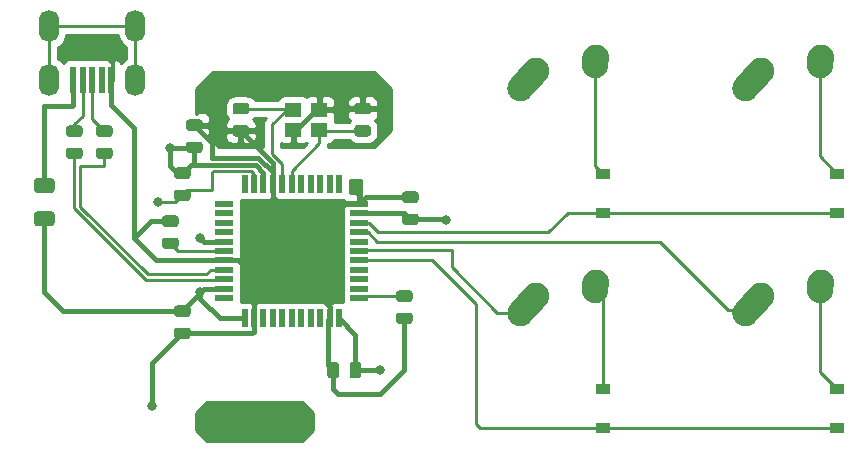
<source format=gbl>
%TF.GenerationSoftware,KiCad,Pcbnew,(5.1.6)-1*%
%TF.CreationDate,2020-06-28T09:04:37-05:00*%
%TF.ProjectId,PcbTUT,50636254-5554-42e6-9b69-6361645f7063,rev?*%
%TF.SameCoordinates,Original*%
%TF.FileFunction,Copper,L2,Bot*%
%TF.FilePolarity,Positive*%
%FSLAX46Y46*%
G04 Gerber Fmt 4.6, Leading zero omitted, Abs format (unit mm)*
G04 Created by KiCad (PCBNEW (5.1.6)-1) date 2020-06-28 09:04:37*
%MOMM*%
%LPD*%
G01*
G04 APERTURE LIST*
%TA.AperFunction,ComponentPad*%
%ADD10C,2.250000*%
%TD*%
%TA.AperFunction,SMDPad,CuDef*%
%ADD11R,1.400000X1.200000*%
%TD*%
%TA.AperFunction,ComponentPad*%
%ADD12O,1.700000X2.700000*%
%TD*%
%TA.AperFunction,SMDPad,CuDef*%
%ADD13R,0.500000X2.250000*%
%TD*%
%TA.AperFunction,SMDPad,CuDef*%
%ADD14R,0.550000X1.500000*%
%TD*%
%TA.AperFunction,SMDPad,CuDef*%
%ADD15R,1.500000X0.550000*%
%TD*%
%TA.AperFunction,SMDPad,CuDef*%
%ADD16R,1.200000X0.900000*%
%TD*%
%TA.AperFunction,ViaPad*%
%ADD17C,0.800000*%
%TD*%
%TA.AperFunction,Conductor*%
%ADD18C,0.381000*%
%TD*%
%TA.AperFunction,Conductor*%
%ADD19C,0.254000*%
%TD*%
%TA.AperFunction,NonConductor*%
%ADD20C,0.254000*%
%TD*%
G04 APERTURE END LIST*
D10*
%TO.P,MX2,1*%
%TO.N,COL0*%
X110212500Y-103950000D03*
%TA.AperFunction,ComponentPad*%
G36*
G01*
X108151183Y-106247345D02*
X108151183Y-106247345D01*
G75*
G02*
X108065155Y-104658683I751317J837345D01*
G01*
X109375157Y-103198683D01*
G75*
G02*
X110963819Y-103112655I837345J-751317D01*
G01*
X110963819Y-103112655D01*
G75*
G02*
X111049847Y-104701317I-751317J-837345D01*
G01*
X109739845Y-106161317D01*
G75*
G02*
X108151183Y-106247345I-837345J751317D01*
G01*
G37*
%TD.AperFunction*%
%TO.P,MX2,2*%
%TO.N,Net-(D3-Pad2)*%
X115252500Y-102870000D03*
%TA.AperFunction,ComponentPad*%
G36*
G01*
X115135097Y-104572334D02*
X115135097Y-104572334D01*
G75*
G02*
X114090166Y-103372597I77403J1122334D01*
G01*
X114130166Y-102792597D01*
G75*
G02*
X115329903Y-101747666I1122334J-77403D01*
G01*
X115329903Y-101747666D01*
G75*
G02*
X116374834Y-102947403I-77403J-1122334D01*
G01*
X116334834Y-103527403D01*
G75*
G02*
X115135097Y-104572334I-1122334J77403D01*
G01*
G37*
%TD.AperFunction*%
%TD*%
D11*
%TO.P,Y1,4*%
%TO.N,GND*%
X91873250Y-88177000D03*
%TO.P,Y1,3*%
%TO.N,Net-(C7-Pad1)*%
X89673250Y-88177000D03*
%TO.P,Y1,2*%
%TO.N,GND*%
X89673250Y-89877000D03*
%TO.P,Y1,1*%
%TO.N,Net-(U1-Pad17)*%
X91873250Y-89877000D03*
%TD*%
D12*
%TO.P,USB1,6*%
%TO.N,Net-(USB1-Pad6)*%
X68994000Y-81127600D03*
X76294000Y-81127600D03*
X76294000Y-85627600D03*
X68994000Y-85627600D03*
D13*
%TO.P,USB1,5*%
%TO.N,VCC*%
X71044000Y-85627600D03*
%TO.P,USB1,4*%
%TO.N,D-*%
X71844000Y-85627600D03*
%TO.P,USB1,3*%
%TO.N,D+*%
X72644000Y-85627600D03*
%TO.P,USB1,2*%
%TO.N,Net-(USB1-Pad2)*%
X73444000Y-85627600D03*
%TO.P,USB1,1*%
%TO.N,GND*%
X74244000Y-85627600D03*
%TD*%
D14*
%TO.P,U1,44*%
%TO.N,+5V*%
X85535000Y-105839500D03*
%TO.P,U1,43*%
%TO.N,GND*%
X86335000Y-105839500D03*
%TO.P,U1,42*%
%TO.N,Net-(U1-Pad42)*%
X87135000Y-105839500D03*
%TO.P,U1,41*%
%TO.N,Net-(U1-Pad41)*%
X87935000Y-105839500D03*
%TO.P,U1,40*%
%TO.N,Net-(U1-Pad40)*%
X88735000Y-105839500D03*
%TO.P,U1,39*%
%TO.N,Net-(U1-Pad39)*%
X89535000Y-105839500D03*
%TO.P,U1,38*%
%TO.N,Net-(U1-Pad38)*%
X90335000Y-105839500D03*
%TO.P,U1,37*%
%TO.N,Net-(U1-Pad37)*%
X91135000Y-105839500D03*
%TO.P,U1,36*%
%TO.N,Net-(U1-Pad36)*%
X91935000Y-105839500D03*
%TO.P,U1,35*%
%TO.N,GND*%
X92735000Y-105839500D03*
%TO.P,U1,34*%
%TO.N,+5V*%
X93535000Y-105839500D03*
D15*
%TO.P,U1,33*%
%TO.N,Net-(R1-Pad2)*%
X95235000Y-104139500D03*
%TO.P,U1,32*%
%TO.N,Net-(U1-Pad32)*%
X95235000Y-103339500D03*
%TO.P,U1,31*%
%TO.N,Net-(U1-Pad31)*%
X95235000Y-102539500D03*
%TO.P,U1,30*%
%TO.N,Net-(U1-Pad30)*%
X95235000Y-101739500D03*
%TO.P,U1,29*%
%TO.N,ROW1*%
X95235000Y-100939500D03*
%TO.P,U1,28*%
%TO.N,COL0*%
X95235000Y-100139500D03*
%TO.P,U1,27*%
%TO.N,Net-(U1-Pad27)*%
X95235000Y-99339500D03*
%TO.P,U1,26*%
%TO.N,COL1*%
X95235000Y-98539500D03*
%TO.P,U1,25*%
%TO.N,ROW0*%
X95235000Y-97739500D03*
%TO.P,U1,24*%
%TO.N,+5V*%
X95235000Y-96939500D03*
%TO.P,U1,23*%
%TO.N,GND*%
X95235000Y-96139500D03*
D14*
%TO.P,U1,22*%
%TO.N,Net-(U1-Pad22)*%
X93535000Y-94439500D03*
%TO.P,U1,21*%
%TO.N,Net-(U1-Pad21)*%
X92735000Y-94439500D03*
%TO.P,U1,20*%
%TO.N,Net-(U1-Pad20)*%
X91935000Y-94439500D03*
%TO.P,U1,19*%
%TO.N,Net-(U1-Pad19)*%
X91135000Y-94439500D03*
%TO.P,U1,18*%
%TO.N,Net-(U1-Pad18)*%
X90335000Y-94439500D03*
%TO.P,U1,17*%
%TO.N,Net-(U1-Pad17)*%
X89535000Y-94439500D03*
%TO.P,U1,16*%
%TO.N,Net-(C7-Pad1)*%
X88735000Y-94439500D03*
%TO.P,U1,15*%
%TO.N,GND*%
X87935000Y-94439500D03*
%TO.P,U1,14*%
%TO.N,+5V*%
X87135000Y-94439500D03*
%TO.P,U1,13*%
%TO.N,Net-(R3-Pad2)*%
X86335000Y-94439500D03*
%TO.P,U1,12*%
%TO.N,Net-(U1-Pad12)*%
X85535000Y-94439500D03*
D15*
%TO.P,U1,11*%
%TO.N,Net-(U1-Pad11)*%
X83835000Y-96139500D03*
%TO.P,U1,10*%
%TO.N,Net-(U1-Pad10)*%
X83835000Y-96939500D03*
%TO.P,U1,9*%
%TO.N,Net-(U1-Pad9)*%
X83835000Y-97739500D03*
%TO.P,U1,8*%
%TO.N,Net-(U1-Pad8)*%
X83835000Y-98539500D03*
%TO.P,U1,7*%
%TO.N,+5V*%
X83835000Y-99339500D03*
%TO.P,U1,6*%
%TO.N,Net-(C1-Pad1)*%
X83835000Y-100139500D03*
%TO.P,U1,5*%
%TO.N,GND*%
X83835000Y-100939500D03*
%TO.P,U1,4*%
%TO.N,Net-(R2-Pad1)*%
X83835000Y-101739500D03*
%TO.P,U1,3*%
%TO.N,Net-(R4-Pad1)*%
X83835000Y-102539500D03*
%TO.P,U1,2*%
%TO.N,+5V*%
X83835000Y-103339500D03*
%TO.P,U1,1*%
%TO.N,Net-(U1-Pad1)*%
X83835000Y-104139500D03*
%TD*%
%TO.P,R4,2*%
%TO.N,D-*%
%TA.AperFunction,SMDPad,CuDef*%
G36*
G01*
X71576250Y-90482000D02*
X70663750Y-90482000D01*
G75*
G02*
X70420000Y-90238250I0J243750D01*
G01*
X70420000Y-89750750D01*
G75*
G02*
X70663750Y-89507000I243750J0D01*
G01*
X71576250Y-89507000D01*
G75*
G02*
X71820000Y-89750750I0J-243750D01*
G01*
X71820000Y-90238250D01*
G75*
G02*
X71576250Y-90482000I-243750J0D01*
G01*
G37*
%TD.AperFunction*%
%TO.P,R4,1*%
%TO.N,Net-(R4-Pad1)*%
%TA.AperFunction,SMDPad,CuDef*%
G36*
G01*
X71576250Y-92357000D02*
X70663750Y-92357000D01*
G75*
G02*
X70420000Y-92113250I0J243750D01*
G01*
X70420000Y-91625750D01*
G75*
G02*
X70663750Y-91382000I243750J0D01*
G01*
X71576250Y-91382000D01*
G75*
G02*
X71820000Y-91625750I0J-243750D01*
G01*
X71820000Y-92113250D01*
G75*
G02*
X71576250Y-92357000I-243750J0D01*
G01*
G37*
%TD.AperFunction*%
%TD*%
%TO.P,R3,2*%
%TO.N,Net-(R3-Pad2)*%
%TA.AperFunction,SMDPad,CuDef*%
G36*
G01*
X79807750Y-94938000D02*
X80720250Y-94938000D01*
G75*
G02*
X80964000Y-95181750I0J-243750D01*
G01*
X80964000Y-95669250D01*
G75*
G02*
X80720250Y-95913000I-243750J0D01*
G01*
X79807750Y-95913000D01*
G75*
G02*
X79564000Y-95669250I0J243750D01*
G01*
X79564000Y-95181750D01*
G75*
G02*
X79807750Y-94938000I243750J0D01*
G01*
G37*
%TD.AperFunction*%
%TO.P,R3,1*%
%TO.N,+5V*%
%TA.AperFunction,SMDPad,CuDef*%
G36*
G01*
X79807750Y-93063000D02*
X80720250Y-93063000D01*
G75*
G02*
X80964000Y-93306750I0J-243750D01*
G01*
X80964000Y-93794250D01*
G75*
G02*
X80720250Y-94038000I-243750J0D01*
G01*
X79807750Y-94038000D01*
G75*
G02*
X79564000Y-93794250I0J243750D01*
G01*
X79564000Y-93306750D01*
G75*
G02*
X79807750Y-93063000I243750J0D01*
G01*
G37*
%TD.AperFunction*%
%TD*%
%TO.P,R2,2*%
%TO.N,D+*%
%TA.AperFunction,SMDPad,CuDef*%
G36*
G01*
X74116250Y-90482000D02*
X73203750Y-90482000D01*
G75*
G02*
X72960000Y-90238250I0J243750D01*
G01*
X72960000Y-89750750D01*
G75*
G02*
X73203750Y-89507000I243750J0D01*
G01*
X74116250Y-89507000D01*
G75*
G02*
X74360000Y-89750750I0J-243750D01*
G01*
X74360000Y-90238250D01*
G75*
G02*
X74116250Y-90482000I-243750J0D01*
G01*
G37*
%TD.AperFunction*%
%TO.P,R2,1*%
%TO.N,Net-(R2-Pad1)*%
%TA.AperFunction,SMDPad,CuDef*%
G36*
G01*
X74116250Y-92357000D02*
X73203750Y-92357000D01*
G75*
G02*
X72960000Y-92113250I0J243750D01*
G01*
X72960000Y-91625750D01*
G75*
G02*
X73203750Y-91382000I243750J0D01*
G01*
X74116250Y-91382000D01*
G75*
G02*
X74360000Y-91625750I0J-243750D01*
G01*
X74360000Y-92113250D01*
G75*
G02*
X74116250Y-92357000I-243750J0D01*
G01*
G37*
%TD.AperFunction*%
%TD*%
%TO.P,R1,2*%
%TO.N,Net-(R1-Pad2)*%
%TA.AperFunction,SMDPad,CuDef*%
G36*
G01*
X99516250Y-104452000D02*
X98603750Y-104452000D01*
G75*
G02*
X98360000Y-104208250I0J243750D01*
G01*
X98360000Y-103720750D01*
G75*
G02*
X98603750Y-103477000I243750J0D01*
G01*
X99516250Y-103477000D01*
G75*
G02*
X99760000Y-103720750I0J-243750D01*
G01*
X99760000Y-104208250D01*
G75*
G02*
X99516250Y-104452000I-243750J0D01*
G01*
G37*
%TD.AperFunction*%
%TO.P,R1,1*%
%TO.N,GND*%
%TA.AperFunction,SMDPad,CuDef*%
G36*
G01*
X99516250Y-106327000D02*
X98603750Y-106327000D01*
G75*
G02*
X98360000Y-106083250I0J243750D01*
G01*
X98360000Y-105595750D01*
G75*
G02*
X98603750Y-105352000I243750J0D01*
G01*
X99516250Y-105352000D01*
G75*
G02*
X99760000Y-105595750I0J-243750D01*
G01*
X99760000Y-106083250D01*
G75*
G02*
X99516250Y-106327000I-243750J0D01*
G01*
G37*
%TD.AperFunction*%
%TD*%
D10*
%TO.P,MX3,1*%
%TO.N,COL1*%
X129262500Y-103950000D03*
%TA.AperFunction,ComponentPad*%
G36*
G01*
X127201183Y-106247345D02*
X127201183Y-106247345D01*
G75*
G02*
X127115155Y-104658683I751317J837345D01*
G01*
X128425157Y-103198683D01*
G75*
G02*
X130013819Y-103112655I837345J-751317D01*
G01*
X130013819Y-103112655D01*
G75*
G02*
X130099847Y-104701317I-751317J-837345D01*
G01*
X128789845Y-106161317D01*
G75*
G02*
X127201183Y-106247345I-837345J751317D01*
G01*
G37*
%TD.AperFunction*%
%TO.P,MX3,2*%
%TO.N,Net-(D4-Pad2)*%
X134302500Y-102870000D03*
%TA.AperFunction,ComponentPad*%
G36*
G01*
X134185097Y-104572334D02*
X134185097Y-104572334D01*
G75*
G02*
X133140166Y-103372597I77403J1122334D01*
G01*
X133180166Y-102792597D01*
G75*
G02*
X134379903Y-101747666I1122334J-77403D01*
G01*
X134379903Y-101747666D01*
G75*
G02*
X135424834Y-102947403I-77403J-1122334D01*
G01*
X135384834Y-103527403D01*
G75*
G02*
X134185097Y-104572334I-1122334J77403D01*
G01*
G37*
%TD.AperFunction*%
%TD*%
%TO.P,MX1,1*%
%TO.N,COL1*%
X129262500Y-84900000D03*
%TA.AperFunction,ComponentPad*%
G36*
G01*
X127201183Y-87197345D02*
X127201183Y-87197345D01*
G75*
G02*
X127115155Y-85608683I751317J837345D01*
G01*
X128425157Y-84148683D01*
G75*
G02*
X130013819Y-84062655I837345J-751317D01*
G01*
X130013819Y-84062655D01*
G75*
G02*
X130099847Y-85651317I-751317J-837345D01*
G01*
X128789845Y-87111317D01*
G75*
G02*
X127201183Y-87197345I-837345J751317D01*
G01*
G37*
%TD.AperFunction*%
%TO.P,MX1,2*%
%TO.N,Net-(D2-Pad2)*%
X134302500Y-83820000D03*
%TA.AperFunction,ComponentPad*%
G36*
G01*
X134185097Y-85522334D02*
X134185097Y-85522334D01*
G75*
G02*
X133140166Y-84322597I77403J1122334D01*
G01*
X133180166Y-83742597D01*
G75*
G02*
X134379903Y-82697666I1122334J-77403D01*
G01*
X134379903Y-82697666D01*
G75*
G02*
X135424834Y-83897403I-77403J-1122334D01*
G01*
X135384834Y-84477403D01*
G75*
G02*
X134185097Y-85522334I-1122334J77403D01*
G01*
G37*
%TD.AperFunction*%
%TD*%
%TO.P,MX0,1*%
%TO.N,COL0*%
X110212500Y-84900000D03*
%TA.AperFunction,ComponentPad*%
G36*
G01*
X108151183Y-87197345D02*
X108151183Y-87197345D01*
G75*
G02*
X108065155Y-85608683I751317J837345D01*
G01*
X109375157Y-84148683D01*
G75*
G02*
X110963819Y-84062655I837345J-751317D01*
G01*
X110963819Y-84062655D01*
G75*
G02*
X111049847Y-85651317I-751317J-837345D01*
G01*
X109739845Y-87111317D01*
G75*
G02*
X108151183Y-87197345I-837345J751317D01*
G01*
G37*
%TD.AperFunction*%
%TO.P,MX0,2*%
%TO.N,Net-(D1-Pad2)*%
X115252500Y-83820000D03*
%TA.AperFunction,ComponentPad*%
G36*
G01*
X115135097Y-85522334D02*
X115135097Y-85522334D01*
G75*
G02*
X114090166Y-84322597I77403J1122334D01*
G01*
X114130166Y-83742597D01*
G75*
G02*
X115329903Y-82697666I1122334J-77403D01*
G01*
X115329903Y-82697666D01*
G75*
G02*
X116374834Y-83897403I-77403J-1122334D01*
G01*
X116334834Y-84477403D01*
G75*
G02*
X115135097Y-85522334I-1122334J77403D01*
G01*
G37*
%TD.AperFunction*%
%TD*%
%TO.P,F1,2*%
%TO.N,VCC*%
%TA.AperFunction,SMDPad,CuDef*%
G36*
G01*
X69205000Y-95237000D02*
X67955000Y-95237000D01*
G75*
G02*
X67705000Y-94987000I0J250000D01*
G01*
X67705000Y-94237000D01*
G75*
G02*
X67955000Y-93987000I250000J0D01*
G01*
X69205000Y-93987000D01*
G75*
G02*
X69455000Y-94237000I0J-250000D01*
G01*
X69455000Y-94987000D01*
G75*
G02*
X69205000Y-95237000I-250000J0D01*
G01*
G37*
%TD.AperFunction*%
%TO.P,F1,1*%
%TO.N,+5V*%
%TA.AperFunction,SMDPad,CuDef*%
G36*
G01*
X69205000Y-98037000D02*
X67955000Y-98037000D01*
G75*
G02*
X67705000Y-97787000I0J250000D01*
G01*
X67705000Y-97037000D01*
G75*
G02*
X67955000Y-96787000I250000J0D01*
G01*
X69205000Y-96787000D01*
G75*
G02*
X69455000Y-97037000I0J-250000D01*
G01*
X69455000Y-97787000D01*
G75*
G02*
X69205000Y-98037000I-250000J0D01*
G01*
G37*
%TD.AperFunction*%
%TD*%
D16*
%TO.P,D4,2*%
%TO.N,Net-(D4-Pad2)*%
X135731250Y-111856250D03*
%TO.P,D4,1*%
%TO.N,ROW1*%
X135731250Y-115156250D03*
%TD*%
%TO.P,D3,2*%
%TO.N,Net-(D3-Pad2)*%
X115887500Y-111856250D03*
%TO.P,D3,1*%
%TO.N,ROW1*%
X115887500Y-115156250D03*
%TD*%
%TO.P,D2,2*%
%TO.N,Net-(D2-Pad2)*%
X135731250Y-93600000D03*
%TO.P,D2,1*%
%TO.N,ROW0*%
X135731250Y-96900000D03*
%TD*%
%TO.P,D1,2*%
%TO.N,Net-(D1-Pad2)*%
X115887500Y-93600000D03*
%TO.P,D1,1*%
%TO.N,ROW0*%
X115887500Y-96900000D03*
%TD*%
%TO.P,C7,2*%
%TO.N,GND*%
%TA.AperFunction,SMDPad,CuDef*%
G36*
G01*
X84760750Y-89477000D02*
X85673250Y-89477000D01*
G75*
G02*
X85917000Y-89720750I0J-243750D01*
G01*
X85917000Y-90208250D01*
G75*
G02*
X85673250Y-90452000I-243750J0D01*
G01*
X84760750Y-90452000D01*
G75*
G02*
X84517000Y-90208250I0J243750D01*
G01*
X84517000Y-89720750D01*
G75*
G02*
X84760750Y-89477000I243750J0D01*
G01*
G37*
%TD.AperFunction*%
%TO.P,C7,1*%
%TO.N,Net-(C7-Pad1)*%
%TA.AperFunction,SMDPad,CuDef*%
G36*
G01*
X84760750Y-87602000D02*
X85673250Y-87602000D01*
G75*
G02*
X85917000Y-87845750I0J-243750D01*
G01*
X85917000Y-88333250D01*
G75*
G02*
X85673250Y-88577000I-243750J0D01*
G01*
X84760750Y-88577000D01*
G75*
G02*
X84517000Y-88333250I0J243750D01*
G01*
X84517000Y-87845750D01*
G75*
G02*
X84760750Y-87602000I243750J0D01*
G01*
G37*
%TD.AperFunction*%
%TD*%
%TO.P,c6,2*%
%TO.N,GND*%
%TA.AperFunction,SMDPad,CuDef*%
G36*
G01*
X95992000Y-88577000D02*
X95079500Y-88577000D01*
G75*
G02*
X94835750Y-88333250I0J243750D01*
G01*
X94835750Y-87845750D01*
G75*
G02*
X95079500Y-87602000I243750J0D01*
G01*
X95992000Y-87602000D01*
G75*
G02*
X96235750Y-87845750I0J-243750D01*
G01*
X96235750Y-88333250D01*
G75*
G02*
X95992000Y-88577000I-243750J0D01*
G01*
G37*
%TD.AperFunction*%
%TO.P,c6,1*%
%TO.N,Net-(U1-Pad17)*%
%TA.AperFunction,SMDPad,CuDef*%
G36*
G01*
X95992000Y-90452000D02*
X95079500Y-90452000D01*
G75*
G02*
X94835750Y-90208250I0J243750D01*
G01*
X94835750Y-89720750D01*
G75*
G02*
X95079500Y-89477000I243750J0D01*
G01*
X95992000Y-89477000D01*
G75*
G02*
X96235750Y-89720750I0J-243750D01*
G01*
X96235750Y-90208250D01*
G75*
G02*
X95992000Y-90452000I-243750J0D01*
G01*
G37*
%TD.AperFunction*%
%TD*%
%TO.P,C5,2*%
%TO.N,GND*%
%TA.AperFunction,SMDPad,CuDef*%
G36*
G01*
X93530000Y-109779750D02*
X93530000Y-110692250D01*
G75*
G02*
X93286250Y-110936000I-243750J0D01*
G01*
X92798750Y-110936000D01*
G75*
G02*
X92555000Y-110692250I0J243750D01*
G01*
X92555000Y-109779750D01*
G75*
G02*
X92798750Y-109536000I243750J0D01*
G01*
X93286250Y-109536000D01*
G75*
G02*
X93530000Y-109779750I0J-243750D01*
G01*
G37*
%TD.AperFunction*%
%TO.P,C5,1*%
%TO.N,+5V*%
%TA.AperFunction,SMDPad,CuDef*%
G36*
G01*
X95405000Y-109779750D02*
X95405000Y-110692250D01*
G75*
G02*
X95161250Y-110936000I-243750J0D01*
G01*
X94673750Y-110936000D01*
G75*
G02*
X94430000Y-110692250I0J243750D01*
G01*
X94430000Y-109779750D01*
G75*
G02*
X94673750Y-109536000I243750J0D01*
G01*
X95161250Y-109536000D01*
G75*
G02*
X95405000Y-109779750I0J-243750D01*
G01*
G37*
%TD.AperFunction*%
%TD*%
%TO.P,C4,2*%
%TO.N,GND*%
%TA.AperFunction,SMDPad,CuDef*%
G36*
G01*
X81736250Y-89974000D02*
X80823750Y-89974000D01*
G75*
G02*
X80580000Y-89730250I0J243750D01*
G01*
X80580000Y-89242750D01*
G75*
G02*
X80823750Y-88999000I243750J0D01*
G01*
X81736250Y-88999000D01*
G75*
G02*
X81980000Y-89242750I0J-243750D01*
G01*
X81980000Y-89730250D01*
G75*
G02*
X81736250Y-89974000I-243750J0D01*
G01*
G37*
%TD.AperFunction*%
%TO.P,C4,1*%
%TO.N,+5V*%
%TA.AperFunction,SMDPad,CuDef*%
G36*
G01*
X81736250Y-91849000D02*
X80823750Y-91849000D01*
G75*
G02*
X80580000Y-91605250I0J243750D01*
G01*
X80580000Y-91117750D01*
G75*
G02*
X80823750Y-90874000I243750J0D01*
G01*
X81736250Y-90874000D01*
G75*
G02*
X81980000Y-91117750I0J-243750D01*
G01*
X81980000Y-91605250D01*
G75*
G02*
X81736250Y-91849000I-243750J0D01*
G01*
G37*
%TD.AperFunction*%
%TD*%
%TO.P,C3,2*%
%TO.N,GND*%
%TA.AperFunction,SMDPad,CuDef*%
G36*
G01*
X100024250Y-96070000D02*
X99111750Y-96070000D01*
G75*
G02*
X98868000Y-95826250I0J243750D01*
G01*
X98868000Y-95338750D01*
G75*
G02*
X99111750Y-95095000I243750J0D01*
G01*
X100024250Y-95095000D01*
G75*
G02*
X100268000Y-95338750I0J-243750D01*
G01*
X100268000Y-95826250D01*
G75*
G02*
X100024250Y-96070000I-243750J0D01*
G01*
G37*
%TD.AperFunction*%
%TO.P,C3,1*%
%TO.N,+5V*%
%TA.AperFunction,SMDPad,CuDef*%
G36*
G01*
X100024250Y-97945000D02*
X99111750Y-97945000D01*
G75*
G02*
X98868000Y-97701250I0J243750D01*
G01*
X98868000Y-97213750D01*
G75*
G02*
X99111750Y-96970000I243750J0D01*
G01*
X100024250Y-96970000D01*
G75*
G02*
X100268000Y-97213750I0J-243750D01*
G01*
X100268000Y-97701250D01*
G75*
G02*
X100024250Y-97945000I-243750J0D01*
G01*
G37*
%TD.AperFunction*%
%TD*%
%TO.P,C2,2*%
%TO.N,GND*%
%TA.AperFunction,SMDPad,CuDef*%
G36*
G01*
X79807750Y-106622000D02*
X80720250Y-106622000D01*
G75*
G02*
X80964000Y-106865750I0J-243750D01*
G01*
X80964000Y-107353250D01*
G75*
G02*
X80720250Y-107597000I-243750J0D01*
G01*
X79807750Y-107597000D01*
G75*
G02*
X79564000Y-107353250I0J243750D01*
G01*
X79564000Y-106865750D01*
G75*
G02*
X79807750Y-106622000I243750J0D01*
G01*
G37*
%TD.AperFunction*%
%TO.P,C2,1*%
%TO.N,+5V*%
%TA.AperFunction,SMDPad,CuDef*%
G36*
G01*
X79807750Y-104747000D02*
X80720250Y-104747000D01*
G75*
G02*
X80964000Y-104990750I0J-243750D01*
G01*
X80964000Y-105478250D01*
G75*
G02*
X80720250Y-105722000I-243750J0D01*
G01*
X79807750Y-105722000D01*
G75*
G02*
X79564000Y-105478250I0J243750D01*
G01*
X79564000Y-104990750D01*
G75*
G02*
X79807750Y-104747000I243750J0D01*
G01*
G37*
%TD.AperFunction*%
%TD*%
%TO.P,C1,2*%
%TO.N,GND*%
%TA.AperFunction,SMDPad,CuDef*%
G36*
G01*
X79704250Y-98102000D02*
X78791750Y-98102000D01*
G75*
G02*
X78548000Y-97858250I0J243750D01*
G01*
X78548000Y-97370750D01*
G75*
G02*
X78791750Y-97127000I243750J0D01*
G01*
X79704250Y-97127000D01*
G75*
G02*
X79948000Y-97370750I0J-243750D01*
G01*
X79948000Y-97858250D01*
G75*
G02*
X79704250Y-98102000I-243750J0D01*
G01*
G37*
%TD.AperFunction*%
%TO.P,C1,1*%
%TO.N,Net-(C1-Pad1)*%
%TA.AperFunction,SMDPad,CuDef*%
G36*
G01*
X79704250Y-99977000D02*
X78791750Y-99977000D01*
G75*
G02*
X78548000Y-99733250I0J243750D01*
G01*
X78548000Y-99245750D01*
G75*
G02*
X78791750Y-99002000I243750J0D01*
G01*
X79704250Y-99002000D01*
G75*
G02*
X79948000Y-99245750I0J-243750D01*
G01*
X79948000Y-99733250D01*
G75*
G02*
X79704250Y-99977000I-243750J0D01*
G01*
G37*
%TD.AperFunction*%
%TD*%
D17*
%TO.N,GND*%
X77724000Y-113284000D03*
%TO.N,+5V*%
X81788000Y-99060000D03*
X81788000Y-103632000D03*
X79248000Y-91440000D03*
X102616000Y-97536000D03*
X97028000Y-110236000D03*
%TO.N,Net-(R3-Pad2)*%
X78232000Y-96012000D03*
%TD*%
D18*
%TO.N,GND*%
X74244000Y-85780000D02*
X74244000Y-87808000D01*
X74244000Y-87808000D02*
X76200000Y-89764000D01*
X91873250Y-88177000D02*
X91873250Y-86793250D01*
X91873250Y-86793250D02*
X91440000Y-86360000D01*
X91440000Y-86360000D02*
X83820000Y-86360000D01*
X83820000Y-86360000D02*
X83312000Y-86868000D01*
X83312000Y-86868000D02*
X83312000Y-89916000D01*
X85168500Y-89916000D02*
X85217000Y-89964500D01*
X83312000Y-89916000D02*
X85168500Y-89916000D01*
X85217000Y-89964500D02*
X87935000Y-92682500D01*
X91570348Y-88177000D02*
X91873250Y-88177000D01*
X89870348Y-89877000D02*
X91570348Y-88177000D01*
X89673250Y-89877000D02*
X89870348Y-89877000D01*
X91960750Y-88089500D02*
X91873250Y-88177000D01*
X95535750Y-88089500D02*
X91960750Y-88089500D01*
X87935000Y-93489926D02*
X87935000Y-93523000D01*
X86709054Y-92263980D02*
X87935000Y-93489926D01*
X86675979Y-92263979D02*
X86709054Y-92263980D01*
X87935000Y-93523000D02*
X87935000Y-94439500D01*
X87935000Y-92682500D02*
X87935000Y-93523000D01*
X86709054Y-92263980D02*
X86709053Y-92263979D01*
X86709053Y-92263979D02*
X82804000Y-92263979D01*
X82804000Y-92263979D02*
X82804000Y-90932000D01*
X82725500Y-90932000D02*
X81280000Y-89486500D01*
X82804000Y-90932000D02*
X82725500Y-90932000D01*
X86335000Y-106970500D02*
X86335000Y-105839500D01*
X86196000Y-107109500D02*
X86335000Y-106970500D01*
X80264000Y-107109500D02*
X86196000Y-107109500D01*
X77724000Y-109649500D02*
X80264000Y-107109500D01*
X77724000Y-113284000D02*
X77724000Y-109649500D01*
X83835000Y-100939500D02*
X78079500Y-100939500D01*
X78079500Y-100939500D02*
X76200000Y-99060000D01*
X76200000Y-99060000D02*
X76200000Y-89764000D01*
X84966000Y-100939500D02*
X83835000Y-100939500D01*
X86335000Y-102308500D02*
X84966000Y-100939500D01*
X86335000Y-105839500D02*
X86335000Y-102308500D01*
X92735000Y-104927000D02*
X92735000Y-105839500D01*
X90116500Y-102308500D02*
X92735000Y-104927000D01*
X86335000Y-102308500D02*
X90116500Y-102308500D01*
X87935000Y-95570500D02*
X88504000Y-96139500D01*
X87935000Y-94439500D02*
X87935000Y-95570500D01*
X91567500Y-100857500D02*
X90116500Y-102308500D01*
X91567500Y-96139500D02*
X91567500Y-100857500D01*
X91567500Y-96139500D02*
X95235000Y-96139500D01*
X88504000Y-96139500D02*
X91567500Y-96139500D01*
X95792000Y-95582500D02*
X95235000Y-96139500D01*
X99568000Y-95582500D02*
X95792000Y-95582500D01*
X93042500Y-110236000D02*
X92600501Y-109794001D01*
X92600501Y-105973999D02*
X92735000Y-105839500D01*
X92600501Y-109794001D02*
X92600501Y-105973999D01*
X77645500Y-97614500D02*
X76200000Y-99060000D01*
X79248000Y-97614500D02*
X77645500Y-97614500D01*
X93472000Y-112268000D02*
X93042500Y-111838500D01*
X97028000Y-112268000D02*
X93472000Y-112268000D01*
X99060000Y-105839500D02*
X99060000Y-110236000D01*
X93042500Y-111838500D02*
X93042500Y-110236000D01*
X99060000Y-110236000D02*
X97028000Y-112268000D01*
D19*
%TO.N,Net-(C1-Pad1)*%
X79898000Y-100139500D02*
X79248000Y-99489500D01*
X83835000Y-100139500D02*
X79898000Y-100139500D01*
D18*
%TO.N,+5V*%
X80969511Y-92844989D02*
X80264000Y-93550500D01*
X87135000Y-93511598D02*
X86468391Y-92844989D01*
X87135000Y-94439500D02*
X87135000Y-93511598D01*
X81280000Y-92725978D02*
X81160989Y-92844989D01*
X81280000Y-91361500D02*
X81280000Y-92725978D01*
X86468391Y-92844989D02*
X81160989Y-92844989D01*
X81160989Y-92844989D02*
X80969511Y-92844989D01*
X70182500Y-105234500D02*
X80264000Y-105234500D01*
X68580000Y-97412000D02*
X68580000Y-103632000D01*
X68580000Y-103632000D02*
X70182500Y-105234500D01*
X83835000Y-99339500D02*
X82067500Y-99339500D01*
X82067500Y-99339500D02*
X81788000Y-99060000D01*
X82080500Y-103339500D02*
X81788000Y-103632000D01*
X83835000Y-103339500D02*
X82080500Y-103339500D01*
X81788000Y-103710500D02*
X80264000Y-105234500D01*
X81788000Y-103632000D02*
X81788000Y-103710500D01*
X81201500Y-91440000D02*
X81280000Y-91361500D01*
X79248000Y-91440000D02*
X81201500Y-91440000D01*
X79248000Y-91440000D02*
X79248000Y-92964000D01*
X79834500Y-93550500D02*
X80264000Y-93550500D01*
X79248000Y-92964000D02*
X79834500Y-93550500D01*
X99050000Y-96939500D02*
X95235000Y-96939500D01*
X99568000Y-97457500D02*
X99050000Y-96939500D01*
X99568000Y-97457500D02*
X102537500Y-97457500D01*
X102537500Y-97457500D02*
X102616000Y-97536000D01*
X97028000Y-110236000D02*
X94917500Y-110236000D01*
X94917500Y-107222000D02*
X93535000Y-105839500D01*
X94917500Y-110236000D02*
X94917500Y-107222000D01*
X81788000Y-104197685D02*
X81788000Y-103632000D01*
X83429815Y-105839500D02*
X81788000Y-104197685D01*
X85535000Y-105839500D02*
X83429815Y-105839500D01*
D19*
%TO.N,Net-(U1-Pad17)*%
X91960750Y-89964500D02*
X91873250Y-89877000D01*
X95535750Y-89964500D02*
X91960750Y-89964500D01*
X91873250Y-89877000D02*
X91873250Y-91006750D01*
X89535000Y-93345000D02*
X89535000Y-94439500D01*
X91873250Y-91006750D02*
X89535000Y-93345000D01*
%TO.N,Net-(D1-Pad2)*%
X115212500Y-92925000D02*
X115887500Y-93600000D01*
X115212500Y-84400000D02*
X115212500Y-92925000D01*
%TO.N,ROW0*%
X115887500Y-96900000D02*
X135731250Y-96900000D01*
X96048602Y-97739500D02*
X95235000Y-97739500D01*
X96861102Y-98552000D02*
X96048602Y-97739500D01*
X111252000Y-98552000D02*
X96861102Y-98552000D01*
X112904000Y-96900000D02*
X111252000Y-98552000D01*
X115887500Y-96900000D02*
X112904000Y-96900000D01*
%TO.N,Net-(D2-Pad2)*%
X134262500Y-92131250D02*
X134262500Y-84400000D01*
X135731250Y-93600000D02*
X134262500Y-92131250D01*
%TO.N,Net-(D3-Pad2)*%
X115887500Y-103505000D02*
X115252500Y-102870000D01*
X115887500Y-111856250D02*
X115887500Y-103505000D01*
%TO.N,ROW1*%
X115887500Y-115156250D02*
X135731250Y-115156250D01*
X101447500Y-100939500D02*
X95235000Y-100939500D01*
X105156000Y-104648000D02*
X101447500Y-100939500D01*
X105156000Y-114808000D02*
X105156000Y-104648000D01*
X115887500Y-115156250D02*
X105504250Y-115156250D01*
X105504250Y-115156250D02*
X105156000Y-114808000D01*
%TO.N,Net-(D4-Pad2)*%
X134262500Y-110387500D02*
X134262500Y-103450000D01*
X135731250Y-111856250D02*
X134262500Y-110387500D01*
D18*
%TO.N,VCC*%
X68580000Y-87884000D02*
X68580000Y-94612000D01*
X70968000Y-87884000D02*
X68580000Y-87884000D01*
X71044000Y-85780000D02*
X71044000Y-87808000D01*
X71044000Y-87808000D02*
X70968000Y-87884000D01*
D19*
%TO.N,COL0*%
X106934000Y-105410000D02*
X108902500Y-105410000D01*
X103064038Y-101540038D02*
X106934000Y-105410000D01*
X95298500Y-100076000D02*
X95235000Y-100139500D01*
X103064038Y-100076000D02*
X95298500Y-100076000D01*
X103064038Y-101540038D02*
X103064038Y-100076000D01*
%TO.N,COL1*%
X127698500Y-105156000D02*
X127952500Y-105410000D01*
X95948500Y-98539500D02*
X96748500Y-99339500D01*
X126492000Y-105156000D02*
X127698500Y-105156000D01*
X96748500Y-99339500D02*
X120675500Y-99339500D01*
X95235000Y-98539500D02*
X95948500Y-98539500D01*
X120675500Y-99339500D02*
X126492000Y-105156000D01*
%TO.N,Net-(R1-Pad2)*%
X95410000Y-103964500D02*
X95235000Y-104139500D01*
X99060000Y-103964500D02*
X95410000Y-103964500D01*
%TO.N,D+*%
X72644000Y-88978500D02*
X72644000Y-85780000D01*
X73660000Y-89994500D02*
X72644000Y-88978500D01*
%TO.N,Net-(R2-Pad1)*%
X82664500Y-101739500D02*
X83835000Y-101739500D01*
X73660000Y-92964000D02*
X71628000Y-92964000D01*
X73660000Y-91869500D02*
X73660000Y-92964000D01*
X82296000Y-102108000D02*
X82664500Y-101739500D01*
X71628000Y-92964000D02*
X71628000Y-96385934D01*
X71628000Y-96385934D02*
X77350066Y-102108000D01*
X77350066Y-102108000D02*
X82296000Y-102108000D01*
%TO.N,Net-(R3-Pad2)*%
X86071601Y-93362499D02*
X82913501Y-93362499D01*
X86335000Y-94439500D02*
X86335000Y-93625898D01*
X86335000Y-93625898D02*
X86071601Y-93362499D01*
X82913501Y-93362499D02*
X82804000Y-93472000D01*
X82804000Y-93472000D02*
X82804000Y-94996000D01*
X80693500Y-94996000D02*
X80264000Y-95425500D01*
X82804000Y-94996000D02*
X80693500Y-94996000D01*
X79677500Y-96012000D02*
X80264000Y-95425500D01*
X78232000Y-96012000D02*
X79677500Y-96012000D01*
%TO.N,D-*%
X71120000Y-89994500D02*
X71120000Y-89408000D01*
X71844000Y-88684000D02*
X71844000Y-85780000D01*
X71120000Y-89408000D02*
X71844000Y-88684000D01*
%TO.N,Net-(R4-Pad1)*%
X83758500Y-102616000D02*
X83835000Y-102539500D01*
X77216000Y-102616000D02*
X83758500Y-102616000D01*
X71120000Y-91869500D02*
X71120000Y-96520000D01*
X71120000Y-96520000D02*
X77216000Y-102616000D01*
%TO.N,Net-(C7-Pad1)*%
X89585750Y-88089500D02*
X89673250Y-88177000D01*
X85217000Y-88089500D02*
X89585750Y-88089500D01*
X89673250Y-88177000D02*
X89115000Y-88177000D01*
X89115000Y-88177000D02*
X87884000Y-89408000D01*
X88735000Y-92750632D02*
X88735000Y-94439500D01*
X87884000Y-91899632D02*
X88735000Y-92750632D01*
X87884000Y-89408000D02*
X87884000Y-91899632D01*
%TO.N,Net-(USB1-Pad6)*%
X76294000Y-85627600D02*
X76294000Y-81127600D01*
X76294000Y-81127600D02*
X68994000Y-81127600D01*
X68994000Y-81127600D02*
X68994000Y-85627600D01*
%TD*%
%TO.N,GND*%
G36*
X95377000Y-95373250D02*
G01*
X95362000Y-95388250D01*
X95362000Y-96012500D01*
X95377000Y-96012500D01*
X95377000Y-96026428D01*
X94485000Y-96026428D01*
X94360518Y-96038688D01*
X94240820Y-96074998D01*
X94130506Y-96133963D01*
X94033815Y-96213315D01*
X93954463Y-96310006D01*
X93942083Y-96333167D01*
X93850000Y-96425250D01*
X93859546Y-96538837D01*
X93859188Y-96540018D01*
X93846928Y-96664500D01*
X93846928Y-97214500D01*
X93859188Y-97338982D01*
X93859345Y-97339500D01*
X93859188Y-97340018D01*
X93846928Y-97464500D01*
X93846928Y-98014500D01*
X93859188Y-98138982D01*
X93859345Y-98139500D01*
X93859188Y-98140018D01*
X93846928Y-98264500D01*
X93846928Y-98814500D01*
X93859188Y-98938982D01*
X93859345Y-98939500D01*
X93859188Y-98940018D01*
X93846928Y-99064500D01*
X93846928Y-99614500D01*
X93859188Y-99738982D01*
X93859345Y-99739500D01*
X93859188Y-99740018D01*
X93846928Y-99864500D01*
X93846928Y-100414500D01*
X93859188Y-100538982D01*
X93859345Y-100539500D01*
X93859188Y-100540018D01*
X93846928Y-100664500D01*
X93846928Y-101214500D01*
X93859188Y-101338982D01*
X93859345Y-101339500D01*
X93859188Y-101340018D01*
X93846928Y-101464500D01*
X93846928Y-102014500D01*
X93859188Y-102138982D01*
X93859345Y-102139500D01*
X93859188Y-102140018D01*
X93846928Y-102264500D01*
X93846928Y-102814500D01*
X93859188Y-102938982D01*
X93859345Y-102939500D01*
X93859188Y-102940018D01*
X93846928Y-103064500D01*
X93846928Y-103614500D01*
X93859188Y-103738982D01*
X93859345Y-103739500D01*
X93859188Y-103740018D01*
X93846928Y-103864500D01*
X93846928Y-104414500D01*
X93850962Y-104455462D01*
X93810000Y-104451428D01*
X93260000Y-104451428D01*
X93135518Y-104463688D01*
X93134337Y-104464046D01*
X93020750Y-104454500D01*
X92928667Y-104546583D01*
X92905506Y-104558963D01*
X92808815Y-104638315D01*
X92735000Y-104728259D01*
X92661185Y-104638315D01*
X92564494Y-104558963D01*
X92541333Y-104546583D01*
X92449250Y-104454500D01*
X92335663Y-104464046D01*
X92334482Y-104463688D01*
X92210000Y-104451428D01*
X91660000Y-104451428D01*
X91535518Y-104463688D01*
X91535000Y-104463845D01*
X91534482Y-104463688D01*
X91410000Y-104451428D01*
X90860000Y-104451428D01*
X90735518Y-104463688D01*
X90735000Y-104463845D01*
X90734482Y-104463688D01*
X90610000Y-104451428D01*
X90060000Y-104451428D01*
X89935518Y-104463688D01*
X89935000Y-104463845D01*
X89934482Y-104463688D01*
X89810000Y-104451428D01*
X89260000Y-104451428D01*
X89135518Y-104463688D01*
X89135000Y-104463845D01*
X89134482Y-104463688D01*
X89010000Y-104451428D01*
X88460000Y-104451428D01*
X88335518Y-104463688D01*
X88335000Y-104463845D01*
X88334482Y-104463688D01*
X88210000Y-104451428D01*
X87660000Y-104451428D01*
X87535518Y-104463688D01*
X87535000Y-104463845D01*
X87534482Y-104463688D01*
X87410000Y-104451428D01*
X86860000Y-104451428D01*
X86735518Y-104463688D01*
X86734337Y-104464046D01*
X86620750Y-104454500D01*
X86528667Y-104546583D01*
X86505506Y-104558963D01*
X86408815Y-104638315D01*
X86335000Y-104728259D01*
X86261185Y-104638315D01*
X86164494Y-104558963D01*
X86141333Y-104546583D01*
X86049250Y-104454500D01*
X85935663Y-104464046D01*
X85934482Y-104463688D01*
X85810000Y-104451428D01*
X85260000Y-104451428D01*
X85219038Y-104455462D01*
X85223072Y-104414500D01*
X85223072Y-103864500D01*
X85210812Y-103740018D01*
X85210655Y-103739500D01*
X85210812Y-103738982D01*
X85223072Y-103614500D01*
X85223072Y-103064500D01*
X85210812Y-102940018D01*
X85210655Y-102939500D01*
X85210812Y-102938982D01*
X85223072Y-102814500D01*
X85223072Y-102264500D01*
X85210812Y-102140018D01*
X85210655Y-102139500D01*
X85210812Y-102138982D01*
X85223072Y-102014500D01*
X85223072Y-101464500D01*
X85210812Y-101340018D01*
X85210454Y-101338837D01*
X85220000Y-101225250D01*
X85127917Y-101133167D01*
X85115537Y-101110006D01*
X85036185Y-101013315D01*
X84946241Y-100939500D01*
X85036185Y-100865685D01*
X85115537Y-100768994D01*
X85127917Y-100745833D01*
X85220000Y-100653750D01*
X85210454Y-100540163D01*
X85210812Y-100538982D01*
X85223072Y-100414500D01*
X85223072Y-99864500D01*
X85210812Y-99740018D01*
X85210655Y-99739500D01*
X85210812Y-99738982D01*
X85223072Y-99614500D01*
X85223072Y-99064500D01*
X85210812Y-98940018D01*
X85210655Y-98939500D01*
X85210812Y-98938982D01*
X85223072Y-98814500D01*
X85223072Y-98264500D01*
X85210812Y-98140018D01*
X85210655Y-98139500D01*
X85210812Y-98138982D01*
X85223072Y-98014500D01*
X85223072Y-97464500D01*
X85210812Y-97340018D01*
X85210655Y-97339500D01*
X85210812Y-97338982D01*
X85223072Y-97214500D01*
X85223072Y-96664500D01*
X85210812Y-96540018D01*
X85210655Y-96539500D01*
X85210812Y-96538982D01*
X85223072Y-96414500D01*
X85223072Y-95864500D01*
X85219038Y-95823538D01*
X85260000Y-95827572D01*
X85810000Y-95827572D01*
X85934482Y-95815312D01*
X85935000Y-95815155D01*
X85935518Y-95815312D01*
X86060000Y-95827572D01*
X86610000Y-95827572D01*
X86734482Y-95815312D01*
X86735000Y-95815155D01*
X86735518Y-95815312D01*
X86860000Y-95827572D01*
X87410000Y-95827572D01*
X87534482Y-95815312D01*
X87535663Y-95814954D01*
X87649250Y-95824500D01*
X87741333Y-95732417D01*
X87764494Y-95720037D01*
X87861185Y-95640685D01*
X87935000Y-95550741D01*
X88008815Y-95640685D01*
X88105506Y-95720037D01*
X88128667Y-95732417D01*
X88220750Y-95824500D01*
X88334337Y-95814954D01*
X88335518Y-95815312D01*
X88460000Y-95827572D01*
X89010000Y-95827572D01*
X89134482Y-95815312D01*
X89135000Y-95815155D01*
X89135518Y-95815312D01*
X89260000Y-95827572D01*
X89810000Y-95827572D01*
X89934482Y-95815312D01*
X89935000Y-95815155D01*
X89935518Y-95815312D01*
X90060000Y-95827572D01*
X90610000Y-95827572D01*
X90734482Y-95815312D01*
X90735000Y-95815155D01*
X90735518Y-95815312D01*
X90860000Y-95827572D01*
X91410000Y-95827572D01*
X91534482Y-95815312D01*
X91535000Y-95815155D01*
X91535518Y-95815312D01*
X91660000Y-95827572D01*
X92210000Y-95827572D01*
X92334482Y-95815312D01*
X92335000Y-95815155D01*
X92335518Y-95815312D01*
X92460000Y-95827572D01*
X93010000Y-95827572D01*
X93134482Y-95815312D01*
X93135000Y-95815155D01*
X93135518Y-95815312D01*
X93260000Y-95827572D01*
X93810000Y-95827572D01*
X93852552Y-95823381D01*
X93850000Y-95853750D01*
X94008750Y-96012500D01*
X95108000Y-96012500D01*
X95108000Y-95388250D01*
X94949250Y-95229500D01*
X94488213Y-95226436D01*
X94444028Y-95230564D01*
X94448072Y-95189500D01*
X94448072Y-94107000D01*
X95377000Y-94107000D01*
X95377000Y-95373250D01*
G37*
X95377000Y-95373250D02*
X95362000Y-95388250D01*
X95362000Y-96012500D01*
X95377000Y-96012500D01*
X95377000Y-96026428D01*
X94485000Y-96026428D01*
X94360518Y-96038688D01*
X94240820Y-96074998D01*
X94130506Y-96133963D01*
X94033815Y-96213315D01*
X93954463Y-96310006D01*
X93942083Y-96333167D01*
X93850000Y-96425250D01*
X93859546Y-96538837D01*
X93859188Y-96540018D01*
X93846928Y-96664500D01*
X93846928Y-97214500D01*
X93859188Y-97338982D01*
X93859345Y-97339500D01*
X93859188Y-97340018D01*
X93846928Y-97464500D01*
X93846928Y-98014500D01*
X93859188Y-98138982D01*
X93859345Y-98139500D01*
X93859188Y-98140018D01*
X93846928Y-98264500D01*
X93846928Y-98814500D01*
X93859188Y-98938982D01*
X93859345Y-98939500D01*
X93859188Y-98940018D01*
X93846928Y-99064500D01*
X93846928Y-99614500D01*
X93859188Y-99738982D01*
X93859345Y-99739500D01*
X93859188Y-99740018D01*
X93846928Y-99864500D01*
X93846928Y-100414500D01*
X93859188Y-100538982D01*
X93859345Y-100539500D01*
X93859188Y-100540018D01*
X93846928Y-100664500D01*
X93846928Y-101214500D01*
X93859188Y-101338982D01*
X93859345Y-101339500D01*
X93859188Y-101340018D01*
X93846928Y-101464500D01*
X93846928Y-102014500D01*
X93859188Y-102138982D01*
X93859345Y-102139500D01*
X93859188Y-102140018D01*
X93846928Y-102264500D01*
X93846928Y-102814500D01*
X93859188Y-102938982D01*
X93859345Y-102939500D01*
X93859188Y-102940018D01*
X93846928Y-103064500D01*
X93846928Y-103614500D01*
X93859188Y-103738982D01*
X93859345Y-103739500D01*
X93859188Y-103740018D01*
X93846928Y-103864500D01*
X93846928Y-104414500D01*
X93850962Y-104455462D01*
X93810000Y-104451428D01*
X93260000Y-104451428D01*
X93135518Y-104463688D01*
X93134337Y-104464046D01*
X93020750Y-104454500D01*
X92928667Y-104546583D01*
X92905506Y-104558963D01*
X92808815Y-104638315D01*
X92735000Y-104728259D01*
X92661185Y-104638315D01*
X92564494Y-104558963D01*
X92541333Y-104546583D01*
X92449250Y-104454500D01*
X92335663Y-104464046D01*
X92334482Y-104463688D01*
X92210000Y-104451428D01*
X91660000Y-104451428D01*
X91535518Y-104463688D01*
X91535000Y-104463845D01*
X91534482Y-104463688D01*
X91410000Y-104451428D01*
X90860000Y-104451428D01*
X90735518Y-104463688D01*
X90735000Y-104463845D01*
X90734482Y-104463688D01*
X90610000Y-104451428D01*
X90060000Y-104451428D01*
X89935518Y-104463688D01*
X89935000Y-104463845D01*
X89934482Y-104463688D01*
X89810000Y-104451428D01*
X89260000Y-104451428D01*
X89135518Y-104463688D01*
X89135000Y-104463845D01*
X89134482Y-104463688D01*
X89010000Y-104451428D01*
X88460000Y-104451428D01*
X88335518Y-104463688D01*
X88335000Y-104463845D01*
X88334482Y-104463688D01*
X88210000Y-104451428D01*
X87660000Y-104451428D01*
X87535518Y-104463688D01*
X87535000Y-104463845D01*
X87534482Y-104463688D01*
X87410000Y-104451428D01*
X86860000Y-104451428D01*
X86735518Y-104463688D01*
X86734337Y-104464046D01*
X86620750Y-104454500D01*
X86528667Y-104546583D01*
X86505506Y-104558963D01*
X86408815Y-104638315D01*
X86335000Y-104728259D01*
X86261185Y-104638315D01*
X86164494Y-104558963D01*
X86141333Y-104546583D01*
X86049250Y-104454500D01*
X85935663Y-104464046D01*
X85934482Y-104463688D01*
X85810000Y-104451428D01*
X85260000Y-104451428D01*
X85219038Y-104455462D01*
X85223072Y-104414500D01*
X85223072Y-103864500D01*
X85210812Y-103740018D01*
X85210655Y-103739500D01*
X85210812Y-103738982D01*
X85223072Y-103614500D01*
X85223072Y-103064500D01*
X85210812Y-102940018D01*
X85210655Y-102939500D01*
X85210812Y-102938982D01*
X85223072Y-102814500D01*
X85223072Y-102264500D01*
X85210812Y-102140018D01*
X85210655Y-102139500D01*
X85210812Y-102138982D01*
X85223072Y-102014500D01*
X85223072Y-101464500D01*
X85210812Y-101340018D01*
X85210454Y-101338837D01*
X85220000Y-101225250D01*
X85127917Y-101133167D01*
X85115537Y-101110006D01*
X85036185Y-101013315D01*
X84946241Y-100939500D01*
X85036185Y-100865685D01*
X85115537Y-100768994D01*
X85127917Y-100745833D01*
X85220000Y-100653750D01*
X85210454Y-100540163D01*
X85210812Y-100538982D01*
X85223072Y-100414500D01*
X85223072Y-99864500D01*
X85210812Y-99740018D01*
X85210655Y-99739500D01*
X85210812Y-99738982D01*
X85223072Y-99614500D01*
X85223072Y-99064500D01*
X85210812Y-98940018D01*
X85210655Y-98939500D01*
X85210812Y-98938982D01*
X85223072Y-98814500D01*
X85223072Y-98264500D01*
X85210812Y-98140018D01*
X85210655Y-98139500D01*
X85210812Y-98138982D01*
X85223072Y-98014500D01*
X85223072Y-97464500D01*
X85210812Y-97340018D01*
X85210655Y-97339500D01*
X85210812Y-97338982D01*
X85223072Y-97214500D01*
X85223072Y-96664500D01*
X85210812Y-96540018D01*
X85210655Y-96539500D01*
X85210812Y-96538982D01*
X85223072Y-96414500D01*
X85223072Y-95864500D01*
X85219038Y-95823538D01*
X85260000Y-95827572D01*
X85810000Y-95827572D01*
X85934482Y-95815312D01*
X85935000Y-95815155D01*
X85935518Y-95815312D01*
X86060000Y-95827572D01*
X86610000Y-95827572D01*
X86734482Y-95815312D01*
X86735000Y-95815155D01*
X86735518Y-95815312D01*
X86860000Y-95827572D01*
X87410000Y-95827572D01*
X87534482Y-95815312D01*
X87535663Y-95814954D01*
X87649250Y-95824500D01*
X87741333Y-95732417D01*
X87764494Y-95720037D01*
X87861185Y-95640685D01*
X87935000Y-95550741D01*
X88008815Y-95640685D01*
X88105506Y-95720037D01*
X88128667Y-95732417D01*
X88220750Y-95824500D01*
X88334337Y-95814954D01*
X88335518Y-95815312D01*
X88460000Y-95827572D01*
X89010000Y-95827572D01*
X89134482Y-95815312D01*
X89135000Y-95815155D01*
X89135518Y-95815312D01*
X89260000Y-95827572D01*
X89810000Y-95827572D01*
X89934482Y-95815312D01*
X89935000Y-95815155D01*
X89935518Y-95815312D01*
X90060000Y-95827572D01*
X90610000Y-95827572D01*
X90734482Y-95815312D01*
X90735000Y-95815155D01*
X90735518Y-95815312D01*
X90860000Y-95827572D01*
X91410000Y-95827572D01*
X91534482Y-95815312D01*
X91535000Y-95815155D01*
X91535518Y-95815312D01*
X91660000Y-95827572D01*
X92210000Y-95827572D01*
X92334482Y-95815312D01*
X92335000Y-95815155D01*
X92335518Y-95815312D01*
X92460000Y-95827572D01*
X93010000Y-95827572D01*
X93134482Y-95815312D01*
X93135000Y-95815155D01*
X93135518Y-95815312D01*
X93260000Y-95827572D01*
X93810000Y-95827572D01*
X93852552Y-95823381D01*
X93850000Y-95853750D01*
X94008750Y-96012500D01*
X95108000Y-96012500D01*
X95108000Y-95388250D01*
X94949250Y-95229500D01*
X94488213Y-95226436D01*
X94444028Y-95230564D01*
X94448072Y-95189500D01*
X94448072Y-94107000D01*
X95377000Y-94107000D01*
X95377000Y-95373250D01*
G36*
X89800250Y-89750000D02*
G01*
X89820250Y-89750000D01*
X89820250Y-90004000D01*
X89800250Y-90004000D01*
X89800250Y-90953250D01*
X89959000Y-91112000D01*
X90373250Y-91115072D01*
X90497732Y-91102812D01*
X90617430Y-91066502D01*
X90727744Y-91007537D01*
X90773250Y-90970191D01*
X90805616Y-90996753D01*
X90489369Y-91313000D01*
X88646000Y-91313000D01*
X88646000Y-91022099D01*
X88729070Y-91066502D01*
X88848768Y-91102812D01*
X88973250Y-91115072D01*
X89387500Y-91112000D01*
X89546250Y-90953250D01*
X89546250Y-90004000D01*
X89526250Y-90004000D01*
X89526250Y-89750000D01*
X89546250Y-89750000D01*
X89546250Y-89730000D01*
X89800250Y-89730000D01*
X89800250Y-89750000D01*
G37*
X89800250Y-89750000D02*
X89820250Y-89750000D01*
X89820250Y-90004000D01*
X89800250Y-90004000D01*
X89800250Y-90953250D01*
X89959000Y-91112000D01*
X90373250Y-91115072D01*
X90497732Y-91102812D01*
X90617430Y-91066502D01*
X90727744Y-91007537D01*
X90773250Y-90970191D01*
X90805616Y-90996753D01*
X90489369Y-91313000D01*
X88646000Y-91313000D01*
X88646000Y-91022099D01*
X88729070Y-91066502D01*
X88848768Y-91102812D01*
X88973250Y-91115072D01*
X89387500Y-91112000D01*
X89546250Y-90953250D01*
X89546250Y-90004000D01*
X89526250Y-90004000D01*
X89526250Y-89750000D01*
X89546250Y-89750000D01*
X89546250Y-89730000D01*
X89800250Y-89730000D01*
X89800250Y-89750000D01*
G36*
X97917000Y-86412606D02*
G01*
X97917000Y-89863394D01*
X96467394Y-91313000D01*
X92573577Y-91313000D01*
X92580651Y-91299766D01*
X92580652Y-91299765D01*
X92624224Y-91156128D01*
X92628806Y-91109600D01*
X92697732Y-91102812D01*
X92817430Y-91066502D01*
X92927744Y-91007537D01*
X93024435Y-90928185D01*
X93103787Y-90831494D01*
X93159908Y-90726500D01*
X94369547Y-90726500D01*
X94455958Y-90831792D01*
X94589586Y-90941458D01*
X94742041Y-91022947D01*
X94907465Y-91073128D01*
X95079500Y-91090072D01*
X95992000Y-91090072D01*
X96164035Y-91073128D01*
X96329459Y-91022947D01*
X96481914Y-90941458D01*
X96615542Y-90831792D01*
X96725208Y-90698164D01*
X96806697Y-90545709D01*
X96856878Y-90380285D01*
X96873822Y-90208250D01*
X96873822Y-89720750D01*
X96856878Y-89548715D01*
X96806697Y-89383291D01*
X96725208Y-89230836D01*
X96615542Y-89097208D01*
X96609186Y-89091992D01*
X96686935Y-89028185D01*
X96766287Y-88931494D01*
X96825252Y-88821180D01*
X96861562Y-88701482D01*
X96873822Y-88577000D01*
X96870750Y-88375250D01*
X96712000Y-88216500D01*
X95662750Y-88216500D01*
X95662750Y-88236500D01*
X95408750Y-88236500D01*
X95408750Y-88216500D01*
X94359500Y-88216500D01*
X94200750Y-88375250D01*
X94197678Y-88577000D01*
X94209938Y-88701482D01*
X94246248Y-88821180D01*
X94305213Y-88931494D01*
X94384565Y-89028185D01*
X94462314Y-89091992D01*
X94455958Y-89097208D01*
X94369547Y-89202500D01*
X93203985Y-89202500D01*
X93199062Y-89152518D01*
X93162752Y-89032820D01*
X93159641Y-89027000D01*
X93162752Y-89021180D01*
X93199062Y-88901482D01*
X93211322Y-88777000D01*
X93208250Y-88462750D01*
X93049500Y-88304000D01*
X92000250Y-88304000D01*
X92000250Y-88324000D01*
X91746250Y-88324000D01*
X91746250Y-88304000D01*
X91726250Y-88304000D01*
X91726250Y-88050000D01*
X91746250Y-88050000D01*
X91746250Y-87100750D01*
X92000250Y-87100750D01*
X92000250Y-88050000D01*
X93049500Y-88050000D01*
X93208250Y-87891250D01*
X93211077Y-87602000D01*
X94197678Y-87602000D01*
X94200750Y-87803750D01*
X94359500Y-87962500D01*
X95408750Y-87962500D01*
X95408750Y-87125750D01*
X95662750Y-87125750D01*
X95662750Y-87962500D01*
X96712000Y-87962500D01*
X96870750Y-87803750D01*
X96873822Y-87602000D01*
X96861562Y-87477518D01*
X96825252Y-87357820D01*
X96766287Y-87247506D01*
X96686935Y-87150815D01*
X96590244Y-87071463D01*
X96479930Y-87012498D01*
X96360232Y-86976188D01*
X96235750Y-86963928D01*
X95821500Y-86967000D01*
X95662750Y-87125750D01*
X95408750Y-87125750D01*
X95250000Y-86967000D01*
X94835750Y-86963928D01*
X94711268Y-86976188D01*
X94591570Y-87012498D01*
X94481256Y-87071463D01*
X94384565Y-87150815D01*
X94305213Y-87247506D01*
X94246248Y-87357820D01*
X94209938Y-87477518D01*
X94197678Y-87602000D01*
X93211077Y-87602000D01*
X93211322Y-87577000D01*
X93199062Y-87452518D01*
X93162752Y-87332820D01*
X93103787Y-87222506D01*
X93024435Y-87125815D01*
X92927744Y-87046463D01*
X92817430Y-86987498D01*
X92697732Y-86951188D01*
X92573250Y-86938928D01*
X92159000Y-86942000D01*
X92000250Y-87100750D01*
X91746250Y-87100750D01*
X91587500Y-86942000D01*
X91173250Y-86938928D01*
X91048768Y-86951188D01*
X90929070Y-86987498D01*
X90818756Y-87046463D01*
X90773250Y-87083809D01*
X90727744Y-87046463D01*
X90617430Y-86987498D01*
X90497732Y-86951188D01*
X90373250Y-86938928D01*
X88973250Y-86938928D01*
X88848768Y-86951188D01*
X88729070Y-86987498D01*
X88618756Y-87046463D01*
X88522065Y-87125815D01*
X88442713Y-87222506D01*
X88386592Y-87327500D01*
X86383203Y-87327500D01*
X86296792Y-87222208D01*
X86163164Y-87112542D01*
X86010709Y-87031053D01*
X85845285Y-86980872D01*
X85673250Y-86963928D01*
X84760750Y-86963928D01*
X84588715Y-86980872D01*
X84423291Y-87031053D01*
X84270836Y-87112542D01*
X84137208Y-87222208D01*
X84027542Y-87355836D01*
X83946053Y-87508291D01*
X83895872Y-87673715D01*
X83878928Y-87845750D01*
X83878928Y-88333250D01*
X83895872Y-88505285D01*
X83946053Y-88670709D01*
X84027542Y-88823164D01*
X84137208Y-88956792D01*
X84143564Y-88962008D01*
X84065815Y-89025815D01*
X83986463Y-89122506D01*
X83927498Y-89232820D01*
X83891188Y-89352518D01*
X83878928Y-89477000D01*
X83882000Y-89678750D01*
X84040750Y-89837500D01*
X85090000Y-89837500D01*
X85090000Y-89817500D01*
X85344000Y-89817500D01*
X85344000Y-89837500D01*
X86393250Y-89837500D01*
X86552000Y-89678750D01*
X86555072Y-89477000D01*
X86542812Y-89352518D01*
X86506502Y-89232820D01*
X86447537Y-89122506D01*
X86368185Y-89025815D01*
X86290436Y-88962008D01*
X86296792Y-88956792D01*
X86383203Y-88851500D01*
X87360951Y-88851500D01*
X87342578Y-88866578D01*
X87286983Y-88934322D01*
X87247355Y-88982608D01*
X87209597Y-89053250D01*
X87176598Y-89114986D01*
X87133026Y-89258623D01*
X87123091Y-89359500D01*
X87118314Y-89408000D01*
X87122000Y-89445423D01*
X87122001Y-91313000D01*
X83364606Y-91313000D01*
X82503606Y-90452000D01*
X83878928Y-90452000D01*
X83891188Y-90576482D01*
X83927498Y-90696180D01*
X83986463Y-90806494D01*
X84065815Y-90903185D01*
X84162506Y-90982537D01*
X84272820Y-91041502D01*
X84392518Y-91077812D01*
X84517000Y-91090072D01*
X84931250Y-91087000D01*
X85090000Y-90928250D01*
X85090000Y-90091500D01*
X85344000Y-90091500D01*
X85344000Y-90928250D01*
X85502750Y-91087000D01*
X85917000Y-91090072D01*
X86041482Y-91077812D01*
X86161180Y-91041502D01*
X86271494Y-90982537D01*
X86368185Y-90903185D01*
X86447537Y-90806494D01*
X86506502Y-90696180D01*
X86542812Y-90576482D01*
X86555072Y-90452000D01*
X86552000Y-90250250D01*
X86393250Y-90091500D01*
X85344000Y-90091500D01*
X85090000Y-90091500D01*
X84040750Y-90091500D01*
X83882000Y-90250250D01*
X83878928Y-90452000D01*
X82503606Y-90452000D01*
X82451742Y-90400136D01*
X82510537Y-90328494D01*
X82569502Y-90218180D01*
X82605812Y-90098482D01*
X82618072Y-89974000D01*
X82615000Y-89772250D01*
X82456250Y-89613500D01*
X81665106Y-89613500D01*
X81411106Y-89359500D01*
X82456250Y-89359500D01*
X82615000Y-89200750D01*
X82618072Y-88999000D01*
X82605812Y-88874518D01*
X82569502Y-88754820D01*
X82510537Y-88644506D01*
X82431185Y-88547815D01*
X82334494Y-88468463D01*
X82224180Y-88409498D01*
X82104482Y-88373188D01*
X81980000Y-88360928D01*
X81565750Y-88364000D01*
X81407002Y-88522748D01*
X81407002Y-88364000D01*
X81407000Y-88364000D01*
X81407000Y-86412606D01*
X82856606Y-84963000D01*
X96467394Y-84963000D01*
X97917000Y-86412606D01*
G37*
X97917000Y-86412606D02*
X97917000Y-89863394D01*
X96467394Y-91313000D01*
X92573577Y-91313000D01*
X92580651Y-91299766D01*
X92580652Y-91299765D01*
X92624224Y-91156128D01*
X92628806Y-91109600D01*
X92697732Y-91102812D01*
X92817430Y-91066502D01*
X92927744Y-91007537D01*
X93024435Y-90928185D01*
X93103787Y-90831494D01*
X93159908Y-90726500D01*
X94369547Y-90726500D01*
X94455958Y-90831792D01*
X94589586Y-90941458D01*
X94742041Y-91022947D01*
X94907465Y-91073128D01*
X95079500Y-91090072D01*
X95992000Y-91090072D01*
X96164035Y-91073128D01*
X96329459Y-91022947D01*
X96481914Y-90941458D01*
X96615542Y-90831792D01*
X96725208Y-90698164D01*
X96806697Y-90545709D01*
X96856878Y-90380285D01*
X96873822Y-90208250D01*
X96873822Y-89720750D01*
X96856878Y-89548715D01*
X96806697Y-89383291D01*
X96725208Y-89230836D01*
X96615542Y-89097208D01*
X96609186Y-89091992D01*
X96686935Y-89028185D01*
X96766287Y-88931494D01*
X96825252Y-88821180D01*
X96861562Y-88701482D01*
X96873822Y-88577000D01*
X96870750Y-88375250D01*
X96712000Y-88216500D01*
X95662750Y-88216500D01*
X95662750Y-88236500D01*
X95408750Y-88236500D01*
X95408750Y-88216500D01*
X94359500Y-88216500D01*
X94200750Y-88375250D01*
X94197678Y-88577000D01*
X94209938Y-88701482D01*
X94246248Y-88821180D01*
X94305213Y-88931494D01*
X94384565Y-89028185D01*
X94462314Y-89091992D01*
X94455958Y-89097208D01*
X94369547Y-89202500D01*
X93203985Y-89202500D01*
X93199062Y-89152518D01*
X93162752Y-89032820D01*
X93159641Y-89027000D01*
X93162752Y-89021180D01*
X93199062Y-88901482D01*
X93211322Y-88777000D01*
X93208250Y-88462750D01*
X93049500Y-88304000D01*
X92000250Y-88304000D01*
X92000250Y-88324000D01*
X91746250Y-88324000D01*
X91746250Y-88304000D01*
X91726250Y-88304000D01*
X91726250Y-88050000D01*
X91746250Y-88050000D01*
X91746250Y-87100750D01*
X92000250Y-87100750D01*
X92000250Y-88050000D01*
X93049500Y-88050000D01*
X93208250Y-87891250D01*
X93211077Y-87602000D01*
X94197678Y-87602000D01*
X94200750Y-87803750D01*
X94359500Y-87962500D01*
X95408750Y-87962500D01*
X95408750Y-87125750D01*
X95662750Y-87125750D01*
X95662750Y-87962500D01*
X96712000Y-87962500D01*
X96870750Y-87803750D01*
X96873822Y-87602000D01*
X96861562Y-87477518D01*
X96825252Y-87357820D01*
X96766287Y-87247506D01*
X96686935Y-87150815D01*
X96590244Y-87071463D01*
X96479930Y-87012498D01*
X96360232Y-86976188D01*
X96235750Y-86963928D01*
X95821500Y-86967000D01*
X95662750Y-87125750D01*
X95408750Y-87125750D01*
X95250000Y-86967000D01*
X94835750Y-86963928D01*
X94711268Y-86976188D01*
X94591570Y-87012498D01*
X94481256Y-87071463D01*
X94384565Y-87150815D01*
X94305213Y-87247506D01*
X94246248Y-87357820D01*
X94209938Y-87477518D01*
X94197678Y-87602000D01*
X93211077Y-87602000D01*
X93211322Y-87577000D01*
X93199062Y-87452518D01*
X93162752Y-87332820D01*
X93103787Y-87222506D01*
X93024435Y-87125815D01*
X92927744Y-87046463D01*
X92817430Y-86987498D01*
X92697732Y-86951188D01*
X92573250Y-86938928D01*
X92159000Y-86942000D01*
X92000250Y-87100750D01*
X91746250Y-87100750D01*
X91587500Y-86942000D01*
X91173250Y-86938928D01*
X91048768Y-86951188D01*
X90929070Y-86987498D01*
X90818756Y-87046463D01*
X90773250Y-87083809D01*
X90727744Y-87046463D01*
X90617430Y-86987498D01*
X90497732Y-86951188D01*
X90373250Y-86938928D01*
X88973250Y-86938928D01*
X88848768Y-86951188D01*
X88729070Y-86987498D01*
X88618756Y-87046463D01*
X88522065Y-87125815D01*
X88442713Y-87222506D01*
X88386592Y-87327500D01*
X86383203Y-87327500D01*
X86296792Y-87222208D01*
X86163164Y-87112542D01*
X86010709Y-87031053D01*
X85845285Y-86980872D01*
X85673250Y-86963928D01*
X84760750Y-86963928D01*
X84588715Y-86980872D01*
X84423291Y-87031053D01*
X84270836Y-87112542D01*
X84137208Y-87222208D01*
X84027542Y-87355836D01*
X83946053Y-87508291D01*
X83895872Y-87673715D01*
X83878928Y-87845750D01*
X83878928Y-88333250D01*
X83895872Y-88505285D01*
X83946053Y-88670709D01*
X84027542Y-88823164D01*
X84137208Y-88956792D01*
X84143564Y-88962008D01*
X84065815Y-89025815D01*
X83986463Y-89122506D01*
X83927498Y-89232820D01*
X83891188Y-89352518D01*
X83878928Y-89477000D01*
X83882000Y-89678750D01*
X84040750Y-89837500D01*
X85090000Y-89837500D01*
X85090000Y-89817500D01*
X85344000Y-89817500D01*
X85344000Y-89837500D01*
X86393250Y-89837500D01*
X86552000Y-89678750D01*
X86555072Y-89477000D01*
X86542812Y-89352518D01*
X86506502Y-89232820D01*
X86447537Y-89122506D01*
X86368185Y-89025815D01*
X86290436Y-88962008D01*
X86296792Y-88956792D01*
X86383203Y-88851500D01*
X87360951Y-88851500D01*
X87342578Y-88866578D01*
X87286983Y-88934322D01*
X87247355Y-88982608D01*
X87209597Y-89053250D01*
X87176598Y-89114986D01*
X87133026Y-89258623D01*
X87123091Y-89359500D01*
X87118314Y-89408000D01*
X87122000Y-89445423D01*
X87122001Y-91313000D01*
X83364606Y-91313000D01*
X82503606Y-90452000D01*
X83878928Y-90452000D01*
X83891188Y-90576482D01*
X83927498Y-90696180D01*
X83986463Y-90806494D01*
X84065815Y-90903185D01*
X84162506Y-90982537D01*
X84272820Y-91041502D01*
X84392518Y-91077812D01*
X84517000Y-91090072D01*
X84931250Y-91087000D01*
X85090000Y-90928250D01*
X85090000Y-90091500D01*
X85344000Y-90091500D01*
X85344000Y-90928250D01*
X85502750Y-91087000D01*
X85917000Y-91090072D01*
X86041482Y-91077812D01*
X86161180Y-91041502D01*
X86271494Y-90982537D01*
X86368185Y-90903185D01*
X86447537Y-90806494D01*
X86506502Y-90696180D01*
X86542812Y-90576482D01*
X86555072Y-90452000D01*
X86552000Y-90250250D01*
X86393250Y-90091500D01*
X85344000Y-90091500D01*
X85090000Y-90091500D01*
X84040750Y-90091500D01*
X83882000Y-90250250D01*
X83878928Y-90452000D01*
X82503606Y-90452000D01*
X82451742Y-90400136D01*
X82510537Y-90328494D01*
X82569502Y-90218180D01*
X82605812Y-90098482D01*
X82618072Y-89974000D01*
X82615000Y-89772250D01*
X82456250Y-89613500D01*
X81665106Y-89613500D01*
X81411106Y-89359500D01*
X82456250Y-89359500D01*
X82615000Y-89200750D01*
X82618072Y-88999000D01*
X82605812Y-88874518D01*
X82569502Y-88754820D01*
X82510537Y-88644506D01*
X82431185Y-88547815D01*
X82334494Y-88468463D01*
X82224180Y-88409498D01*
X82104482Y-88373188D01*
X81980000Y-88360928D01*
X81565750Y-88364000D01*
X81407002Y-88522748D01*
X81407002Y-88364000D01*
X81407000Y-88364000D01*
X81407000Y-86412606D01*
X82856606Y-84963000D01*
X96467394Y-84963000D01*
X97917000Y-86412606D01*
D20*
G36*
X91313000Y-113844606D02*
G01*
X91313000Y-115263394D01*
X90371394Y-116205000D01*
X82348606Y-116205000D01*
X81407000Y-115263394D01*
X81407000Y-113844606D01*
X82348606Y-112903000D01*
X90371394Y-112903000D01*
X91313000Y-113844606D01*
G37*
X91313000Y-113844606D02*
X91313000Y-115263394D01*
X90371394Y-116205000D01*
X82348606Y-116205000D01*
X81407000Y-115263394D01*
X81407000Y-113844606D01*
X82348606Y-112903000D01*
X90371394Y-112903000D01*
X91313000Y-113844606D01*
D19*
G36*
X74830487Y-81918710D02*
G01*
X74915401Y-82198633D01*
X75053294Y-82456613D01*
X75238866Y-82682734D01*
X75464986Y-82868306D01*
X75532001Y-82904126D01*
X75532000Y-83851075D01*
X75464987Y-83886894D01*
X75238867Y-84072466D01*
X75084123Y-84261021D01*
X75028406Y-84153966D01*
X74950123Y-84056407D01*
X74854311Y-83975996D01*
X74744652Y-83915821D01*
X74625361Y-83878196D01*
X74525750Y-83867600D01*
X74367000Y-84026350D01*
X74367000Y-85500600D01*
X74391000Y-85500600D01*
X74391000Y-85754600D01*
X74367000Y-85754600D01*
X74367000Y-85774600D01*
X74332072Y-85774600D01*
X74332072Y-84502600D01*
X74319812Y-84378118D01*
X74283502Y-84258420D01*
X74224537Y-84148106D01*
X74145185Y-84051415D01*
X74121000Y-84031567D01*
X74121000Y-84026350D01*
X73962250Y-83867600D01*
X73862639Y-83878196D01*
X73843266Y-83884306D01*
X73818482Y-83876788D01*
X73694000Y-83864528D01*
X73194000Y-83864528D01*
X73069518Y-83876788D01*
X73044000Y-83884529D01*
X73018482Y-83876788D01*
X72894000Y-83864528D01*
X72394000Y-83864528D01*
X72269518Y-83876788D01*
X72244000Y-83884529D01*
X72218482Y-83876788D01*
X72094000Y-83864528D01*
X71594000Y-83864528D01*
X71469518Y-83876788D01*
X71444000Y-83884529D01*
X71418482Y-83876788D01*
X71294000Y-83864528D01*
X70794000Y-83864528D01*
X70669518Y-83876788D01*
X70549820Y-83913098D01*
X70439506Y-83972063D01*
X70342815Y-84051415D01*
X70263463Y-84148106D01*
X70204498Y-84258420D01*
X70203754Y-84260871D01*
X70049134Y-84072466D01*
X69823014Y-83886894D01*
X69756000Y-83851074D01*
X69756000Y-82904125D01*
X69823013Y-82868306D01*
X70049134Y-82682734D01*
X70234706Y-82456614D01*
X70372599Y-82198634D01*
X70457513Y-81918711D01*
X70460380Y-81889600D01*
X74827620Y-81889600D01*
X74830487Y-81918710D01*
G37*
X74830487Y-81918710D02*
X74915401Y-82198633D01*
X75053294Y-82456613D01*
X75238866Y-82682734D01*
X75464986Y-82868306D01*
X75532001Y-82904126D01*
X75532000Y-83851075D01*
X75464987Y-83886894D01*
X75238867Y-84072466D01*
X75084123Y-84261021D01*
X75028406Y-84153966D01*
X74950123Y-84056407D01*
X74854311Y-83975996D01*
X74744652Y-83915821D01*
X74625361Y-83878196D01*
X74525750Y-83867600D01*
X74367000Y-84026350D01*
X74367000Y-85500600D01*
X74391000Y-85500600D01*
X74391000Y-85754600D01*
X74367000Y-85754600D01*
X74367000Y-85774600D01*
X74332072Y-85774600D01*
X74332072Y-84502600D01*
X74319812Y-84378118D01*
X74283502Y-84258420D01*
X74224537Y-84148106D01*
X74145185Y-84051415D01*
X74121000Y-84031567D01*
X74121000Y-84026350D01*
X73962250Y-83867600D01*
X73862639Y-83878196D01*
X73843266Y-83884306D01*
X73818482Y-83876788D01*
X73694000Y-83864528D01*
X73194000Y-83864528D01*
X73069518Y-83876788D01*
X73044000Y-83884529D01*
X73018482Y-83876788D01*
X72894000Y-83864528D01*
X72394000Y-83864528D01*
X72269518Y-83876788D01*
X72244000Y-83884529D01*
X72218482Y-83876788D01*
X72094000Y-83864528D01*
X71594000Y-83864528D01*
X71469518Y-83876788D01*
X71444000Y-83884529D01*
X71418482Y-83876788D01*
X71294000Y-83864528D01*
X70794000Y-83864528D01*
X70669518Y-83876788D01*
X70549820Y-83913098D01*
X70439506Y-83972063D01*
X70342815Y-84051415D01*
X70263463Y-84148106D01*
X70204498Y-84258420D01*
X70203754Y-84260871D01*
X70049134Y-84072466D01*
X69823014Y-83886894D01*
X69756000Y-83851074D01*
X69756000Y-82904125D01*
X69823013Y-82868306D01*
X70049134Y-82682734D01*
X70234706Y-82456614D01*
X70372599Y-82198634D01*
X70457513Y-81918711D01*
X70460380Y-81889600D01*
X74827620Y-81889600D01*
X74830487Y-81918710D01*
%TD*%
M02*

</source>
